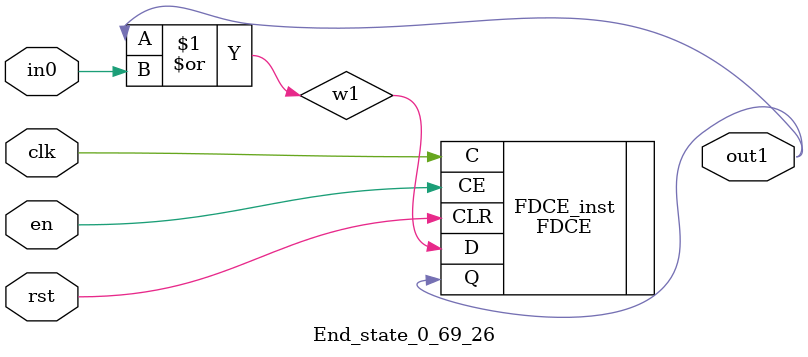
<source format=v>
module engine_0_69(out,clk,sod,en, in_3, in_5, in_7, in_8, in_9, in_10, in_12, in_17, in_18, in_19, in_20, in_21, in_25, in_26, in_28, in_29, in_32, in_35, in_37);
//pcre: /wp-includes\x2Ffeed\x2Ephp\x3F[^\r\n]*ix=/Ui
//block char: N[0], L[0], I[0], S[0], H[0], -[0], \x2E[8], e[0], c[0], d[0], =[0], p[0], \x2F[8], x[0], \x3F[8], u[0], w[0], f[0], [^\r\n][2], 

	input clk,sod,en;

	input in_3, in_5, in_7, in_8, in_9, in_10, in_12, in_17, in_18, in_19, in_20, in_21, in_25, in_26, in_28, in_29, in_32, in_35, in_37;
	output out;

	assign w0 = 1'b1;
	state_0_69_1 BlockState_0_69_1 (w1,in_32,clk,en,sod,w0);
	state_0_69_2 BlockState_0_69_2 (w2,in_21,clk,en,sod,w1);
	state_0_69_3 BlockState_0_69_3 (w3,in_10,clk,en,sod,w2);
	state_0_69_4 BlockState_0_69_4 (w4,in_7,clk,en,sod,w3);
	state_0_69_5 BlockState_0_69_5 (w5,in_3,clk,en,sod,w4);
	state_0_69_6 BlockState_0_69_6 (w6,in_18,clk,en,sod,w5);
	state_0_69_7 BlockState_0_69_7 (w7,in_5,clk,en,sod,w6);
	state_0_69_8 BlockState_0_69_8 (w8,in_29,clk,en,sod,w7);
	state_0_69_9 BlockState_0_69_9 (w9,in_19,clk,en,sod,w8);
	state_0_69_10 BlockState_0_69_10 (w10,in_17,clk,en,sod,w9);
	state_0_69_11 BlockState_0_69_11 (w11,in_8,clk,en,sod,w10);
	state_0_69_12 BlockState_0_69_12 (w12,in_25,clk,en,sod,w11);
	state_0_69_13 BlockState_0_69_13 (w13,in_35,clk,en,sod,w12);
	state_0_69_14 BlockState_0_69_14 (w14,in_17,clk,en,sod,w13);
	state_0_69_15 BlockState_0_69_15 (w15,in_17,clk,en,sod,w14);
	state_0_69_16 BlockState_0_69_16 (w16,in_19,clk,en,sod,w15);
	state_0_69_17 BlockState_0_69_17 (w17,in_12,clk,en,sod,w16);
	state_0_69_18 BlockState_0_69_18 (w18,in_21,clk,en,sod,w17);
	state_0_69_19 BlockState_0_69_19 (w19,in_9,clk,en,sod,w18);
	state_0_69_20 BlockState_0_69_20 (w20,in_21,clk,en,sod,w19);
	state_0_69_21 BlockState_0_69_21 (w21,in_28,clk,en,sod,w20);
	state_0_69_22 BlockState_0_69_22 (w22,in_37,clk,en,sod,w22,w21);
	state_0_69_23 BlockState_0_69_23 (w23,in_7,clk,en,sod,w21,w22);
	state_0_69_24 BlockState_0_69_24 (w24,in_26,clk,en,sod,w23);
	state_0_69_25 BlockState_0_69_25 (w25,in_20,clk,en,sod,w24);
	End_state_0_69_26 BlockState_0_69_26 (out,clk,en,sod,w25);
endmodule

module state_0_69_1(out1,in_char,clk,en,rst,in0);
	input in_char,clk,en,rst,in0;
	output out1;
	wire w1,w2;
	assign w1 = in0; 
	and(w2,in_char,w1);
	FDCE #(.INIT(1'b0)) FDCE_inst (
		.Q(out1),
		.C(clk),
		.CE(en),
		.CLR(rst),
		.D(w2)
);
endmodule

module state_0_69_2(out1,in_char,clk,en,rst,in0);
	input in_char,clk,en,rst,in0;
	output out1;
	wire w1,w2;
	assign w1 = in0; 
	and(w2,in_char,w1);
	FDCE #(.INIT(1'b0)) FDCE_inst (
		.Q(out1),
		.C(clk),
		.CE(en),
		.CLR(rst),
		.D(w2)
);
endmodule

module state_0_69_3(out1,in_char,clk,en,rst,in0);
	input in_char,clk,en,rst,in0;
	output out1;
	wire w1,w2;
	assign w1 = in0; 
	and(w2,in_char,w1);
	FDCE #(.INIT(1'b0)) FDCE_inst (
		.Q(out1),
		.C(clk),
		.CE(en),
		.CLR(rst),
		.D(w2)
);
endmodule

module state_0_69_4(out1,in_char,clk,en,rst,in0);
	input in_char,clk,en,rst,in0;
	output out1;
	wire w1,w2;
	assign w1 = in0; 
	and(w2,in_char,w1);
	FDCE #(.INIT(1'b0)) FDCE_inst (
		.Q(out1),
		.C(clk),
		.CE(en),
		.CLR(rst),
		.D(w2)
);
endmodule

module state_0_69_5(out1,in_char,clk,en,rst,in0);
	input in_char,clk,en,rst,in0;
	output out1;
	wire w1,w2;
	assign w1 = in0; 
	and(w2,in_char,w1);
	FDCE #(.INIT(1'b0)) FDCE_inst (
		.Q(out1),
		.C(clk),
		.CE(en),
		.CLR(rst),
		.D(w2)
);
endmodule

module state_0_69_6(out1,in_char,clk,en,rst,in0);
	input in_char,clk,en,rst,in0;
	output out1;
	wire w1,w2;
	assign w1 = in0; 
	and(w2,in_char,w1);
	FDCE #(.INIT(1'b0)) FDCE_inst (
		.Q(out1),
		.C(clk),
		.CE(en),
		.CLR(rst),
		.D(w2)
);
endmodule

module state_0_69_7(out1,in_char,clk,en,rst,in0);
	input in_char,clk,en,rst,in0;
	output out1;
	wire w1,w2;
	assign w1 = in0; 
	and(w2,in_char,w1);
	FDCE #(.INIT(1'b0)) FDCE_inst (
		.Q(out1),
		.C(clk),
		.CE(en),
		.CLR(rst),
		.D(w2)
);
endmodule

module state_0_69_8(out1,in_char,clk,en,rst,in0);
	input in_char,clk,en,rst,in0;
	output out1;
	wire w1,w2;
	assign w1 = in0; 
	and(w2,in_char,w1);
	FDCE #(.INIT(1'b0)) FDCE_inst (
		.Q(out1),
		.C(clk),
		.CE(en),
		.CLR(rst),
		.D(w2)
);
endmodule

module state_0_69_9(out1,in_char,clk,en,rst,in0);
	input in_char,clk,en,rst,in0;
	output out1;
	wire w1,w2;
	assign w1 = in0; 
	and(w2,in_char,w1);
	FDCE #(.INIT(1'b0)) FDCE_inst (
		.Q(out1),
		.C(clk),
		.CE(en),
		.CLR(rst),
		.D(w2)
);
endmodule

module state_0_69_10(out1,in_char,clk,en,rst,in0);
	input in_char,clk,en,rst,in0;
	output out1;
	wire w1,w2;
	assign w1 = in0; 
	and(w2,in_char,w1);
	FDCE #(.INIT(1'b0)) FDCE_inst (
		.Q(out1),
		.C(clk),
		.CE(en),
		.CLR(rst),
		.D(w2)
);
endmodule

module state_0_69_11(out1,in_char,clk,en,rst,in0);
	input in_char,clk,en,rst,in0;
	output out1;
	wire w1,w2;
	assign w1 = in0; 
	and(w2,in_char,w1);
	FDCE #(.INIT(1'b0)) FDCE_inst (
		.Q(out1),
		.C(clk),
		.CE(en),
		.CLR(rst),
		.D(w2)
);
endmodule

module state_0_69_12(out1,in_char,clk,en,rst,in0);
	input in_char,clk,en,rst,in0;
	output out1;
	wire w1,w2;
	assign w1 = in0; 
	and(w2,in_char,w1);
	FDCE #(.INIT(1'b0)) FDCE_inst (
		.Q(out1),
		.C(clk),
		.CE(en),
		.CLR(rst),
		.D(w2)
);
endmodule

module state_0_69_13(out1,in_char,clk,en,rst,in0);
	input in_char,clk,en,rst,in0;
	output out1;
	wire w1,w2;
	assign w1 = in0; 
	and(w2,in_char,w1);
	FDCE #(.INIT(1'b0)) FDCE_inst (
		.Q(out1),
		.C(clk),
		.CE(en),
		.CLR(rst),
		.D(w2)
);
endmodule

module state_0_69_14(out1,in_char,clk,en,rst,in0);
	input in_char,clk,en,rst,in0;
	output out1;
	wire w1,w2;
	assign w1 = in0; 
	and(w2,in_char,w1);
	FDCE #(.INIT(1'b0)) FDCE_inst (
		.Q(out1),
		.C(clk),
		.CE(en),
		.CLR(rst),
		.D(w2)
);
endmodule

module state_0_69_15(out1,in_char,clk,en,rst,in0);
	input in_char,clk,en,rst,in0;
	output out1;
	wire w1,w2;
	assign w1 = in0; 
	and(w2,in_char,w1);
	FDCE #(.INIT(1'b0)) FDCE_inst (
		.Q(out1),
		.C(clk),
		.CE(en),
		.CLR(rst),
		.D(w2)
);
endmodule

module state_0_69_16(out1,in_char,clk,en,rst,in0);
	input in_char,clk,en,rst,in0;
	output out1;
	wire w1,w2;
	assign w1 = in0; 
	and(w2,in_char,w1);
	FDCE #(.INIT(1'b0)) FDCE_inst (
		.Q(out1),
		.C(clk),
		.CE(en),
		.CLR(rst),
		.D(w2)
);
endmodule

module state_0_69_17(out1,in_char,clk,en,rst,in0);
	input in_char,clk,en,rst,in0;
	output out1;
	wire w1,w2;
	assign w1 = in0; 
	and(w2,in_char,w1);
	FDCE #(.INIT(1'b0)) FDCE_inst (
		.Q(out1),
		.C(clk),
		.CE(en),
		.CLR(rst),
		.D(w2)
);
endmodule

module state_0_69_18(out1,in_char,clk,en,rst,in0);
	input in_char,clk,en,rst,in0;
	output out1;
	wire w1,w2;
	assign w1 = in0; 
	and(w2,in_char,w1);
	FDCE #(.INIT(1'b0)) FDCE_inst (
		.Q(out1),
		.C(clk),
		.CE(en),
		.CLR(rst),
		.D(w2)
);
endmodule

module state_0_69_19(out1,in_char,clk,en,rst,in0);
	input in_char,clk,en,rst,in0;
	output out1;
	wire w1,w2;
	assign w1 = in0; 
	and(w2,in_char,w1);
	FDCE #(.INIT(1'b0)) FDCE_inst (
		.Q(out1),
		.C(clk),
		.CE(en),
		.CLR(rst),
		.D(w2)
);
endmodule

module state_0_69_20(out1,in_char,clk,en,rst,in0);
	input in_char,clk,en,rst,in0;
	output out1;
	wire w1,w2;
	assign w1 = in0; 
	and(w2,in_char,w1);
	FDCE #(.INIT(1'b0)) FDCE_inst (
		.Q(out1),
		.C(clk),
		.CE(en),
		.CLR(rst),
		.D(w2)
);
endmodule

module state_0_69_21(out1,in_char,clk,en,rst,in0);
	input in_char,clk,en,rst,in0;
	output out1;
	wire w1,w2;
	assign w1 = in0; 
	and(w2,in_char,w1);
	FDCE #(.INIT(1'b0)) FDCE_inst (
		.Q(out1),
		.C(clk),
		.CE(en),
		.CLR(rst),
		.D(w2)
);
endmodule

module state_0_69_22(out1,in_char,clk,en,rst,in0,in1);
	input in_char,clk,en,rst,in0,in1;
	output out1;
	wire w1,w2;
	or(w1,in0,in1);
	and(w2,in_char,w1);
	FDCE #(.INIT(1'b0)) FDCE_inst (
		.Q(out1),
		.C(clk),
		.CE(en),
		.CLR(rst),
		.D(w2)
);
endmodule

module state_0_69_23(out1,in_char,clk,en,rst,in0,in1);
	input in_char,clk,en,rst,in0,in1;
	output out1;
	wire w1,w2;
	or(w1,in0,in1);
	and(w2,in_char,w1);
	FDCE #(.INIT(1'b0)) FDCE_inst (
		.Q(out1),
		.C(clk),
		.CE(en),
		.CLR(rst),
		.D(w2)
);
endmodule

module state_0_69_24(out1,in_char,clk,en,rst,in0);
	input in_char,clk,en,rst,in0;
	output out1;
	wire w1,w2;
	assign w1 = in0; 
	and(w2,in_char,w1);
	FDCE #(.INIT(1'b0)) FDCE_inst (
		.Q(out1),
		.C(clk),
		.CE(en),
		.CLR(rst),
		.D(w2)
);
endmodule

module state_0_69_25(out1,in_char,clk,en,rst,in0);
	input in_char,clk,en,rst,in0;
	output out1;
	wire w1,w2;
	assign w1 = in0; 
	and(w2,in_char,w1);
	FDCE #(.INIT(1'b0)) FDCE_inst (
		.Q(out1),
		.C(clk),
		.CE(en),
		.CLR(rst),
		.D(w2)
);
endmodule

module End_state_0_69_26(out1,clk,en,rst,in0);
	input clk,rst,en,in0;
	output out1;
	wire w1;
	or(w1,out1,in0);
	FDCE #(.INIT(1'b0)) FDCE_inst (
		.Q(out1),
		.C(clk),
		.CE(en),
		.CLR(rst),
		.D(w1)
);
endmodule


</source>
